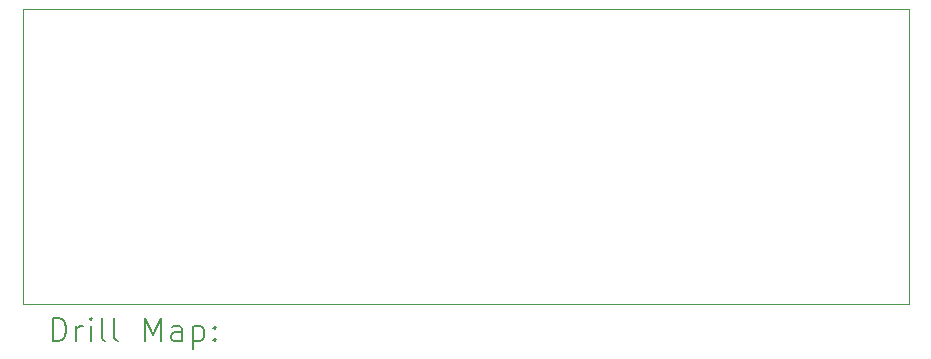
<source format=gbr>
%TF.GenerationSoftware,KiCad,Pcbnew,(6.0.8-1)-1*%
%TF.CreationDate,2023-06-07T12:03:46-04:00*%
%TF.ProjectId,Ecal2.5x2.5cm,4563616c-322e-4357-9832-2e35636d2e6b,rev?*%
%TF.SameCoordinates,Original*%
%TF.FileFunction,Drillmap*%
%TF.FilePolarity,Positive*%
%FSLAX45Y45*%
G04 Gerber Fmt 4.5, Leading zero omitted, Abs format (unit mm)*
G04 Created by KiCad (PCBNEW (6.0.8-1)-1) date 2023-06-07 12:03:46*
%MOMM*%
%LPD*%
G01*
G04 APERTURE LIST*
%ADD10C,0.100000*%
%ADD11C,0.200000*%
G04 APERTURE END LIST*
D10*
X7500000Y-5000000D02*
X15000000Y-5000000D01*
X15000000Y-5000000D02*
X15000000Y-7500000D01*
X15000000Y-7500000D02*
X7500000Y-7500000D01*
X7500000Y-7500000D02*
X7500000Y-5000000D01*
D11*
X7752619Y-7815476D02*
X7752619Y-7615476D01*
X7800238Y-7615476D01*
X7828809Y-7625000D01*
X7847857Y-7644048D01*
X7857381Y-7663095D01*
X7866905Y-7701190D01*
X7866905Y-7729762D01*
X7857381Y-7767857D01*
X7847857Y-7786905D01*
X7828809Y-7805952D01*
X7800238Y-7815476D01*
X7752619Y-7815476D01*
X7952619Y-7815476D02*
X7952619Y-7682143D01*
X7952619Y-7720238D02*
X7962143Y-7701190D01*
X7971667Y-7691667D01*
X7990714Y-7682143D01*
X8009762Y-7682143D01*
X8076428Y-7815476D02*
X8076428Y-7682143D01*
X8076428Y-7615476D02*
X8066905Y-7625000D01*
X8076428Y-7634524D01*
X8085952Y-7625000D01*
X8076428Y-7615476D01*
X8076428Y-7634524D01*
X8200238Y-7815476D02*
X8181190Y-7805952D01*
X8171667Y-7786905D01*
X8171667Y-7615476D01*
X8305000Y-7815476D02*
X8285952Y-7805952D01*
X8276428Y-7786905D01*
X8276428Y-7615476D01*
X8533571Y-7815476D02*
X8533571Y-7615476D01*
X8600238Y-7758333D01*
X8666905Y-7615476D01*
X8666905Y-7815476D01*
X8847857Y-7815476D02*
X8847857Y-7710714D01*
X8838333Y-7691667D01*
X8819286Y-7682143D01*
X8781190Y-7682143D01*
X8762143Y-7691667D01*
X8847857Y-7805952D02*
X8828810Y-7815476D01*
X8781190Y-7815476D01*
X8762143Y-7805952D01*
X8752619Y-7786905D01*
X8752619Y-7767857D01*
X8762143Y-7748809D01*
X8781190Y-7739286D01*
X8828810Y-7739286D01*
X8847857Y-7729762D01*
X8943095Y-7682143D02*
X8943095Y-7882143D01*
X8943095Y-7691667D02*
X8962143Y-7682143D01*
X9000238Y-7682143D01*
X9019286Y-7691667D01*
X9028810Y-7701190D01*
X9038333Y-7720238D01*
X9038333Y-7777381D01*
X9028810Y-7796428D01*
X9019286Y-7805952D01*
X9000238Y-7815476D01*
X8962143Y-7815476D01*
X8943095Y-7805952D01*
X9124048Y-7796428D02*
X9133571Y-7805952D01*
X9124048Y-7815476D01*
X9114524Y-7805952D01*
X9124048Y-7796428D01*
X9124048Y-7815476D01*
X9124048Y-7691667D02*
X9133571Y-7701190D01*
X9124048Y-7710714D01*
X9114524Y-7701190D01*
X9124048Y-7691667D01*
X9124048Y-7710714D01*
M02*

</source>
